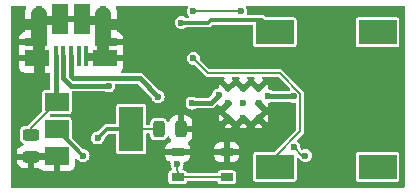
<source format=gbl>
%TF.GenerationSoftware,KiCad,Pcbnew,(6.0.9)*%
%TF.CreationDate,2023-01-06T22:41:28-05:00*%
%TF.ProjectId,Doom Keycap,446f6f6d-204b-4657-9963-61702e6b6963,REV1*%
%TF.SameCoordinates,Original*%
%TF.FileFunction,Copper,L2,Bot*%
%TF.FilePolarity,Positive*%
%FSLAX46Y46*%
G04 Gerber Fmt 4.6, Leading zero omitted, Abs format (unit mm)*
G04 Created by KiCad (PCBNEW (6.0.9)) date 2023-01-06 22:41:28*
%MOMM*%
%LPD*%
G01*
G04 APERTURE LIST*
G04 Aperture macros list*
%AMRoundRect*
0 Rectangle with rounded corners*
0 $1 Rounding radius*
0 $2 $3 $4 $5 $6 $7 $8 $9 X,Y pos of 4 corners*
0 Add a 4 corners polygon primitive as box body*
4,1,4,$2,$3,$4,$5,$6,$7,$8,$9,$2,$3,0*
0 Add four circle primitives for the rounded corners*
1,1,$1+$1,$2,$3*
1,1,$1+$1,$4,$5*
1,1,$1+$1,$6,$7*
1,1,$1+$1,$8,$9*
0 Add four rect primitives between the rounded corners*
20,1,$1+$1,$2,$3,$4,$5,0*
20,1,$1+$1,$4,$5,$6,$7,0*
20,1,$1+$1,$6,$7,$8,$9,0*
20,1,$1+$1,$8,$9,$2,$3,0*%
G04 Aperture macros list end*
%TA.AperFunction,ComponentPad*%
%ADD10C,0.600000*%
%TD*%
%TA.AperFunction,SMDPad,CuDef*%
%ADD11RoundRect,0.243750X-0.243750X-0.456250X0.243750X-0.456250X0.243750X0.456250X-0.243750X0.456250X0*%
%TD*%
%TA.AperFunction,SMDPad,CuDef*%
%ADD12R,0.400000X1.750000*%
%TD*%
%TA.AperFunction,SMDPad,CuDef*%
%ADD13R,1.825000X0.700000*%
%TD*%
%TA.AperFunction,SMDPad,CuDef*%
%ADD14R,1.425000X2.500000*%
%TD*%
%TA.AperFunction,SMDPad,CuDef*%
%ADD15RoundRect,0.384800X-0.265200X-1.240200X0.265200X-1.240200X0.265200X1.240200X-0.265200X1.240200X0*%
%TD*%
%TA.AperFunction,ComponentPad*%
%ADD16O,1.050000X1.450000*%
%TD*%
%TA.AperFunction,ComponentPad*%
%ADD17O,1.300000X1.800000*%
%TD*%
%TA.AperFunction,SMDPad,CuDef*%
%ADD18R,2.000000X1.460000*%
%TD*%
%TA.AperFunction,SMDPad,CuDef*%
%ADD19R,1.050000X0.650000*%
%TD*%
%TA.AperFunction,SMDPad,CuDef*%
%ADD20R,2.000000X1.500000*%
%TD*%
%TA.AperFunction,SMDPad,CuDef*%
%ADD21R,2.000000X3.800000*%
%TD*%
%TA.AperFunction,SMDPad,CuDef*%
%ADD22RoundRect,0.243750X-0.456250X0.243750X-0.456250X-0.243750X0.456250X-0.243750X0.456250X0.243750X0*%
%TD*%
%TA.AperFunction,SMDPad,CuDef*%
%ADD23R,3.200000X2.000000*%
%TD*%
%TA.AperFunction,ViaPad*%
%ADD24C,0.600000*%
%TD*%
%TA.AperFunction,Conductor*%
%ADD25C,0.200000*%
%TD*%
%TA.AperFunction,Conductor*%
%ADD26C,0.400000*%
%TD*%
%TA.AperFunction,Conductor*%
%ADD27C,0.300000*%
%TD*%
%TA.AperFunction,Conductor*%
%ADD28C,0.150000*%
%TD*%
G04 APERTURE END LIST*
D10*
X175590000Y-88837500D03*
X176865000Y-87562500D03*
X174315000Y-88837500D03*
X175590000Y-86287500D03*
X175590000Y-87562500D03*
X174315000Y-86287500D03*
X176865000Y-86287500D03*
X176865000Y-88837500D03*
X174315000Y-87562500D03*
D11*
X168402500Y-89750000D03*
X170277500Y-89750000D03*
D12*
X159690000Y-83525000D03*
X160340000Y-83525000D03*
X160990000Y-83525000D03*
X161640000Y-83525000D03*
X162290000Y-83525000D03*
D13*
X163977500Y-82400000D03*
D14*
X160027500Y-80450000D03*
D15*
X163715000Y-81125000D03*
D16*
X163415000Y-83730000D03*
D15*
X158265000Y-81125000D03*
D17*
X158265000Y-80700000D03*
D18*
X163890000Y-83730000D03*
D14*
X161952500Y-80450000D03*
D17*
X163715000Y-80700000D03*
D18*
X158090000Y-83730000D03*
D16*
X158565000Y-83730000D03*
D13*
X158002500Y-82400000D03*
D19*
X174163594Y-93828849D03*
X170015000Y-93825000D03*
X174163594Y-91678695D03*
X170014173Y-91678695D03*
D20*
X159790000Y-92050000D03*
D21*
X166090000Y-89750000D03*
D20*
X159790000Y-89750000D03*
X159790000Y-87450000D03*
D22*
X157590000Y-90212500D03*
X157590000Y-92087500D03*
D23*
X186940000Y-81550000D03*
X186940000Y-92950000D03*
X178240000Y-92950000D03*
X178240000Y-81550000D03*
D24*
X181453045Y-85996861D03*
X186215000Y-87625000D03*
X184465000Y-86625000D03*
X187465000Y-90552361D03*
X184980545Y-90552361D03*
X184980545Y-84552361D03*
X162590000Y-87940000D03*
X157090000Y-93715000D03*
X187590000Y-84552361D03*
X180246581Y-83917970D03*
X183496545Y-90378361D03*
X182340000Y-93000000D03*
X167990000Y-85000000D03*
X168590000Y-82750000D03*
X167990000Y-84000000D03*
X184465000Y-88625000D03*
X173590000Y-81250000D03*
X167590000Y-81730000D03*
X183840000Y-81250000D03*
X168330280Y-87873563D03*
X183485045Y-84790361D03*
X168590000Y-81730000D03*
X181326045Y-88473361D03*
X171340000Y-79750000D03*
X163252500Y-90500000D03*
X162002500Y-92000000D03*
X175340000Y-79750000D03*
X171240000Y-87555500D03*
X173490000Y-86862500D03*
X177690000Y-86962530D03*
X179880000Y-86972500D03*
X169965000Y-92750000D03*
X179840000Y-91250000D03*
X180831422Y-91991422D03*
X168365000Y-87012500D03*
X164189500Y-86099500D03*
X170340000Y-80750000D03*
X171340000Y-83750000D03*
D25*
X163450000Y-80450000D02*
X163720000Y-80720000D01*
X158530000Y-80450000D02*
X158260000Y-80720000D01*
X159790000Y-92050000D02*
X157827500Y-92050000D01*
X160030000Y-80450000D02*
X158530000Y-80450000D01*
X161950000Y-80450000D02*
X163450000Y-80450000D01*
X159690000Y-87350000D02*
X159790000Y-87450000D01*
X157590000Y-89650000D02*
X159790000Y-87450000D01*
X157590000Y-90212500D02*
X157590000Y-89650000D01*
D26*
X159690000Y-83525000D02*
X159690000Y-87350000D01*
D25*
X166090000Y-89750000D02*
X168402500Y-89750000D01*
D27*
X166090000Y-89750000D02*
X164002500Y-89750000D01*
X159790000Y-89787500D02*
X162002500Y-92000000D01*
X164002500Y-89750000D02*
X163252500Y-90500000D01*
D28*
X175340000Y-79750000D02*
X171340000Y-79750000D01*
D26*
X177699970Y-86972500D02*
X177690000Y-86962530D01*
X179880000Y-86972500D02*
X177699970Y-86972500D01*
X171240000Y-87555500D02*
X172807000Y-87555500D01*
X173490000Y-86872500D02*
X173490000Y-86862500D01*
X172807000Y-87555500D02*
X173490000Y-86872500D01*
D28*
X170018849Y-93828849D02*
X170015000Y-93825000D01*
X169965000Y-92750000D02*
X170015000Y-93825000D01*
X174163594Y-93828849D02*
X170018849Y-93828849D01*
X180831422Y-91991422D02*
X180581422Y-91991422D01*
X180581422Y-91991422D02*
X179840000Y-91250000D01*
D26*
X160990000Y-85300000D02*
X161140000Y-85450000D01*
X160990000Y-83525000D02*
X160990000Y-85300000D01*
X166802500Y-85450000D02*
X168365000Y-87012500D01*
X161140000Y-85450000D02*
X166802500Y-85450000D01*
X164189500Y-86099500D02*
X161011683Y-86099500D01*
X160340000Y-85375000D02*
X160340000Y-83525000D01*
X161011683Y-86099500D02*
X160315000Y-85402817D01*
X160315000Y-85400000D02*
X160340000Y-85375000D01*
X160315000Y-85402817D02*
X160315000Y-85400000D01*
D27*
X170340000Y-80750000D02*
X172590000Y-80750000D01*
X172590000Y-80750000D02*
X172840000Y-80500000D01*
X177190000Y-80500000D02*
X178240000Y-81550000D01*
X172840000Y-80500000D02*
X177190000Y-80500000D01*
D28*
X180405000Y-86755037D02*
X180405000Y-89935000D01*
X178240000Y-92100000D02*
X178240000Y-92950000D01*
X178649963Y-85000000D02*
X180405000Y-86755037D01*
X172590000Y-85000000D02*
X178649963Y-85000000D01*
X180405000Y-89935000D02*
X178240000Y-92100000D01*
X171340000Y-83750000D02*
X172590000Y-85000000D01*
%TA.AperFunction,Conductor*%
G36*
X157158010Y-79320502D02*
G01*
X157204503Y-79374158D01*
X157214607Y-79444432D01*
X157202156Y-79483703D01*
X157164704Y-79557207D01*
X157160000Y-79569461D01*
X157114628Y-79738790D01*
X157112681Y-79750121D01*
X157107193Y-79819851D01*
X157107000Y-79824780D01*
X157107000Y-80427885D01*
X157111475Y-80443124D01*
X157112865Y-80444329D01*
X157120548Y-80446000D01*
X157992885Y-80446000D01*
X158008124Y-80441525D01*
X158009329Y-80440135D01*
X158011000Y-80432452D01*
X158011000Y-79426500D01*
X158031002Y-79358379D01*
X158084658Y-79311886D01*
X158137000Y-79300500D01*
X158393000Y-79300500D01*
X158461121Y-79320502D01*
X158507614Y-79374158D01*
X158519000Y-79426500D01*
X158519000Y-80427885D01*
X158523475Y-80443124D01*
X158524865Y-80444329D01*
X158532548Y-80446000D01*
X158748885Y-80446000D01*
X158764124Y-80441525D01*
X158765329Y-80440135D01*
X158767000Y-80432452D01*
X158767000Y-80322000D01*
X158787002Y-80253879D01*
X158840658Y-80207386D01*
X158893000Y-80196000D01*
X163087000Y-80196000D01*
X163155121Y-80216002D01*
X163201614Y-80269658D01*
X163213000Y-80322000D01*
X163213000Y-80427885D01*
X163217475Y-80443124D01*
X163218865Y-80444329D01*
X163226548Y-80446000D01*
X163442885Y-80446000D01*
X163458124Y-80441525D01*
X163459329Y-80440135D01*
X163461000Y-80432452D01*
X163461000Y-79426500D01*
X163481002Y-79358379D01*
X163534658Y-79311886D01*
X163587000Y-79300500D01*
X163843000Y-79300500D01*
X163911121Y-79320502D01*
X163957614Y-79374158D01*
X163969000Y-79426500D01*
X163969000Y-80427885D01*
X163973475Y-80443124D01*
X163974865Y-80444329D01*
X163982548Y-80446000D01*
X164854885Y-80446000D01*
X164870124Y-80441525D01*
X164871329Y-80440135D01*
X164873000Y-80432452D01*
X164873000Y-80396026D01*
X164872999Y-80395994D01*
X164872999Y-79824781D01*
X164872805Y-79819850D01*
X164867319Y-79750120D01*
X164865372Y-79738791D01*
X164820000Y-79569461D01*
X164815296Y-79557207D01*
X164777844Y-79483703D01*
X164764740Y-79413926D01*
X164791440Y-79348141D01*
X164849468Y-79307235D01*
X164890111Y-79300500D01*
X170741760Y-79300500D01*
X170809881Y-79320502D01*
X170856374Y-79374158D01*
X170866478Y-79444432D01*
X170858170Y-79474715D01*
X170803670Y-79606291D01*
X170784750Y-79750000D01*
X170803670Y-79893709D01*
X170859139Y-80027625D01*
X170933352Y-80124341D01*
X170947379Y-80142621D01*
X170945825Y-80143814D01*
X170974713Y-80196717D01*
X170969648Y-80267532D01*
X170927101Y-80324368D01*
X170860581Y-80349179D01*
X170851592Y-80349500D01*
X170765124Y-80349500D01*
X170697003Y-80329498D01*
X170688420Y-80323462D01*
X170672978Y-80311613D01*
X170617625Y-80269139D01*
X170483709Y-80213670D01*
X170340000Y-80194750D01*
X170196291Y-80213670D01*
X170062375Y-80269139D01*
X169947379Y-80357379D01*
X169859139Y-80472375D01*
X169803670Y-80606291D01*
X169784750Y-80750000D01*
X169803670Y-80893709D01*
X169859139Y-81027625D01*
X169947379Y-81142621D01*
X170062375Y-81230861D01*
X170196291Y-81286330D01*
X170340000Y-81305250D01*
X170483709Y-81286330D01*
X170617625Y-81230861D01*
X170688420Y-81176538D01*
X170754640Y-81150937D01*
X170765124Y-81150500D01*
X172653433Y-81150500D01*
X172662864Y-81147436D01*
X172662868Y-81147435D01*
X172674353Y-81143703D01*
X172693578Y-81139087D01*
X172705512Y-81137197D01*
X172705513Y-81137197D01*
X172715304Y-81135646D01*
X172724137Y-81131145D01*
X172724141Y-81131144D01*
X172734906Y-81125659D01*
X172753166Y-81118095D01*
X172774090Y-81111296D01*
X172791893Y-81098361D01*
X172808745Y-81088035D01*
X172819502Y-81082554D01*
X172828342Y-81078050D01*
X172850895Y-81055497D01*
X172850910Y-81055483D01*
X172968987Y-80937405D01*
X173031299Y-80903380D01*
X173058083Y-80900500D01*
X176263500Y-80900500D01*
X176331621Y-80920502D01*
X176378114Y-80974158D01*
X176389500Y-81026500D01*
X176389500Y-82574674D01*
X176404034Y-82647740D01*
X176410928Y-82658057D01*
X176410928Y-82658058D01*
X176432037Y-82689650D01*
X176459399Y-82730601D01*
X176542260Y-82785966D01*
X176615326Y-82800500D01*
X179864674Y-82800500D01*
X179937740Y-82785966D01*
X180020601Y-82730601D01*
X180047963Y-82689650D01*
X180069072Y-82658058D01*
X180069072Y-82658057D01*
X180075966Y-82647740D01*
X180090500Y-82574674D01*
X185089500Y-82574674D01*
X185104034Y-82647740D01*
X185110928Y-82658057D01*
X185110928Y-82658058D01*
X185132037Y-82689650D01*
X185159399Y-82730601D01*
X185242260Y-82785966D01*
X185315326Y-82800500D01*
X188564674Y-82800500D01*
X188637740Y-82785966D01*
X188720601Y-82730601D01*
X188747963Y-82689650D01*
X188769072Y-82658058D01*
X188769072Y-82658057D01*
X188775966Y-82647740D01*
X188790500Y-82574674D01*
X188790500Y-80525326D01*
X188775966Y-80452260D01*
X188767865Y-80440135D01*
X188727493Y-80379714D01*
X188720601Y-80369399D01*
X188637740Y-80314034D01*
X188564674Y-80299500D01*
X185315326Y-80299500D01*
X185242260Y-80314034D01*
X185159399Y-80369399D01*
X185152507Y-80379714D01*
X185112136Y-80440135D01*
X185104034Y-80452260D01*
X185089500Y-80525326D01*
X185089500Y-82574674D01*
X180090500Y-82574674D01*
X180090500Y-80525326D01*
X180075966Y-80452260D01*
X180067865Y-80440135D01*
X180027493Y-80379714D01*
X180020601Y-80369399D01*
X179937740Y-80314034D01*
X179864674Y-80299500D01*
X177608083Y-80299500D01*
X177539962Y-80279498D01*
X177518988Y-80262595D01*
X177450909Y-80194516D01*
X177450905Y-80194513D01*
X177428342Y-80171950D01*
X177408746Y-80161965D01*
X177391893Y-80151639D01*
X177374090Y-80138704D01*
X177353166Y-80131905D01*
X177334906Y-80124341D01*
X177324141Y-80118856D01*
X177324137Y-80118855D01*
X177315304Y-80114354D01*
X177305513Y-80112803D01*
X177305512Y-80112803D01*
X177293578Y-80110913D01*
X177274353Y-80106297D01*
X177262868Y-80102565D01*
X177262864Y-80102564D01*
X177253433Y-80099500D01*
X175979661Y-80099500D01*
X175911540Y-80079498D01*
X175865047Y-80025842D01*
X175854943Y-79955568D01*
X175863252Y-79925282D01*
X175873169Y-79901340D01*
X175876330Y-79893709D01*
X175895250Y-79750000D01*
X175876330Y-79606291D01*
X175821831Y-79474716D01*
X175814242Y-79404128D01*
X175846021Y-79340641D01*
X175907080Y-79304414D01*
X175938240Y-79300500D01*
X189163500Y-79300500D01*
X189231621Y-79320502D01*
X189278114Y-79374158D01*
X189289500Y-79426500D01*
X189289500Y-94573500D01*
X189269498Y-94641621D01*
X189215842Y-94688114D01*
X189163500Y-94699500D01*
X156016500Y-94699500D01*
X155948379Y-94679498D01*
X155901886Y-94625842D01*
X155890500Y-94573500D01*
X155890500Y-92377933D01*
X156382001Y-92377933D01*
X156382338Y-92384452D01*
X156392166Y-92479170D01*
X156395058Y-92492564D01*
X156446036Y-92645365D01*
X156452210Y-92658543D01*
X156536744Y-92795149D01*
X156545780Y-92806550D01*
X156659479Y-92920051D01*
X156670890Y-92929063D01*
X156807654Y-93013365D01*
X156820832Y-93019509D01*
X156973740Y-93070227D01*
X156987106Y-93073093D01*
X157080601Y-93082672D01*
X157087016Y-93083000D01*
X157317885Y-93083000D01*
X157333124Y-93078525D01*
X157334329Y-93077135D01*
X157336000Y-93069452D01*
X157336000Y-93064884D01*
X157844000Y-93064884D01*
X157848475Y-93080123D01*
X157849865Y-93081328D01*
X157857548Y-93082999D01*
X158092933Y-93082999D01*
X158099452Y-93082662D01*
X158194170Y-93072834D01*
X158207567Y-93069941D01*
X158241248Y-93058705D01*
X158312198Y-93056121D01*
X158373281Y-93092305D01*
X158381950Y-93102664D01*
X158421719Y-93155728D01*
X158434276Y-93168285D01*
X158536351Y-93244786D01*
X158551946Y-93253324D01*
X158672394Y-93298478D01*
X158687649Y-93302105D01*
X158738514Y-93307631D01*
X158745328Y-93308000D01*
X159517885Y-93308000D01*
X159533124Y-93303525D01*
X159534329Y-93302135D01*
X159536000Y-93294452D01*
X159536000Y-92322115D01*
X159531525Y-92306876D01*
X159530135Y-92305671D01*
X159522452Y-92304000D01*
X158856115Y-92304000D01*
X158827593Y-92312375D01*
X158790216Y-92336396D01*
X158754717Y-92341500D01*
X157862115Y-92341500D01*
X157846876Y-92345975D01*
X157845671Y-92347365D01*
X157844000Y-92355048D01*
X157844000Y-93064884D01*
X157336000Y-93064884D01*
X157336000Y-92359615D01*
X157331525Y-92344376D01*
X157330135Y-92343171D01*
X157322452Y-92341500D01*
X156400116Y-92341500D01*
X156384877Y-92345975D01*
X156383672Y-92347365D01*
X156382001Y-92355048D01*
X156382001Y-92377933D01*
X155890500Y-92377933D01*
X155890500Y-91815385D01*
X156382000Y-91815385D01*
X156386475Y-91830624D01*
X156387865Y-91831829D01*
X156395548Y-91833500D01*
X158223885Y-91833500D01*
X158252407Y-91825125D01*
X158289784Y-91801104D01*
X158325283Y-91796000D01*
X159918000Y-91796000D01*
X159986121Y-91816002D01*
X160032614Y-91869658D01*
X160044000Y-91922000D01*
X160044000Y-93289884D01*
X160048475Y-93305123D01*
X160049865Y-93306328D01*
X160057548Y-93307999D01*
X160834669Y-93307999D01*
X160841490Y-93307629D01*
X160892352Y-93302105D01*
X160907604Y-93298479D01*
X161028054Y-93253324D01*
X161043649Y-93244786D01*
X161145724Y-93168285D01*
X161158285Y-93155724D01*
X161234786Y-93053649D01*
X161243324Y-93038054D01*
X161288478Y-92917606D01*
X161292105Y-92902351D01*
X161297631Y-92851486D01*
X161298000Y-92844672D01*
X161298000Y-92357356D01*
X161318002Y-92289235D01*
X161371658Y-92242742D01*
X161441932Y-92232638D01*
X161506512Y-92262132D01*
X161523960Y-92280650D01*
X161609879Y-92392621D01*
X161724875Y-92480861D01*
X161858791Y-92536330D01*
X162002500Y-92555250D01*
X162146209Y-92536330D01*
X162280125Y-92480861D01*
X162395121Y-92392621D01*
X162483361Y-92277625D01*
X162538830Y-92143709D01*
X162551383Y-92048364D01*
X168981174Y-92048364D01*
X168981544Y-92055185D01*
X168987068Y-92106047D01*
X168990694Y-92121299D01*
X169035849Y-92241749D01*
X169044387Y-92257344D01*
X169120888Y-92359419D01*
X169133449Y-92371980D01*
X169235524Y-92448481D01*
X169251121Y-92457020D01*
X169345284Y-92492320D01*
X169402049Y-92534961D01*
X169426749Y-92601523D01*
X169425977Y-92626745D01*
X169409750Y-92750000D01*
X169428670Y-92893709D01*
X169484139Y-93027625D01*
X169498848Y-93046794D01*
X169506004Y-93056120D01*
X169531605Y-93122340D01*
X169517340Y-93191889D01*
X169467739Y-93242685D01*
X169430623Y-93256403D01*
X169392260Y-93264034D01*
X169309399Y-93319399D01*
X169254034Y-93402260D01*
X169239500Y-93475326D01*
X169239500Y-94174674D01*
X169254034Y-94247740D01*
X169309399Y-94330601D01*
X169392260Y-94385966D01*
X169465326Y-94400500D01*
X170564674Y-94400500D01*
X170637740Y-94385966D01*
X170720601Y-94330601D01*
X170775966Y-94247740D01*
X170778387Y-94235569D01*
X170779811Y-94232132D01*
X170824359Y-94176850D01*
X170896220Y-94154349D01*
X173280780Y-94154349D01*
X173348901Y-94174351D01*
X173397189Y-94232132D01*
X173400207Y-94239418D01*
X173402628Y-94251589D01*
X173457993Y-94334450D01*
X173540854Y-94389815D01*
X173613920Y-94404349D01*
X174713268Y-94404349D01*
X174786334Y-94389815D01*
X174869195Y-94334450D01*
X174924560Y-94251589D01*
X174939094Y-94178523D01*
X174939094Y-93479175D01*
X174924560Y-93406109D01*
X174869195Y-93323248D01*
X174786334Y-93267883D01*
X174713268Y-93253349D01*
X173613920Y-93253349D01*
X173540854Y-93267883D01*
X173457993Y-93323248D01*
X173451101Y-93333563D01*
X173412094Y-93391942D01*
X173402628Y-93406109D01*
X173400207Y-93418279D01*
X173397189Y-93425566D01*
X173352642Y-93480847D01*
X173280780Y-93503349D01*
X170899409Y-93503349D01*
X170831288Y-93483347D01*
X170783000Y-93425567D01*
X170778387Y-93414430D01*
X170775966Y-93402260D01*
X170720601Y-93319399D01*
X170637740Y-93264034D01*
X170564674Y-93249500D01*
X170531112Y-93249500D01*
X170462991Y-93229498D01*
X170416498Y-93175842D01*
X170406394Y-93105568D01*
X170431150Y-93046797D01*
X170445861Y-93027625D01*
X170501330Y-92893709D01*
X170520250Y-92750000D01*
X170507087Y-92650020D01*
X170518026Y-92579872D01*
X170565154Y-92526773D01*
X170618405Y-92508311D01*
X170641525Y-92505800D01*
X170656777Y-92502174D01*
X170777227Y-92457019D01*
X170792822Y-92448481D01*
X170894897Y-92371980D01*
X170907458Y-92359419D01*
X170983959Y-92257344D01*
X170992497Y-92241749D01*
X171037651Y-92121301D01*
X171041278Y-92106046D01*
X171046804Y-92055181D01*
X171047173Y-92048367D01*
X171047173Y-92048364D01*
X173130595Y-92048364D01*
X173130965Y-92055185D01*
X173136489Y-92106047D01*
X173140115Y-92121299D01*
X173185270Y-92241749D01*
X173193808Y-92257344D01*
X173270309Y-92359419D01*
X173282870Y-92371980D01*
X173384945Y-92448481D01*
X173400540Y-92457019D01*
X173520988Y-92502173D01*
X173536243Y-92505800D01*
X173587108Y-92511326D01*
X173593922Y-92511695D01*
X173891479Y-92511695D01*
X173906718Y-92507220D01*
X173907923Y-92505830D01*
X173909594Y-92498147D01*
X173909594Y-92493579D01*
X174417594Y-92493579D01*
X174422069Y-92508818D01*
X174423459Y-92510023D01*
X174431142Y-92511694D01*
X174733263Y-92511694D01*
X174740084Y-92511324D01*
X174790946Y-92505800D01*
X174806198Y-92502174D01*
X174926648Y-92457019D01*
X174942243Y-92448481D01*
X175044318Y-92371980D01*
X175056879Y-92359419D01*
X175133380Y-92257344D01*
X175141918Y-92241749D01*
X175187072Y-92121301D01*
X175190699Y-92106046D01*
X175196225Y-92055181D01*
X175196594Y-92048367D01*
X175196594Y-91950810D01*
X175192119Y-91935571D01*
X175190729Y-91934366D01*
X175183046Y-91932695D01*
X174435709Y-91932695D01*
X174420470Y-91937170D01*
X174419265Y-91938560D01*
X174417594Y-91946243D01*
X174417594Y-92493579D01*
X173909594Y-92493579D01*
X173909594Y-91950810D01*
X173905119Y-91935571D01*
X173903729Y-91934366D01*
X173896046Y-91932695D01*
X173148710Y-91932695D01*
X173133471Y-91937170D01*
X173132266Y-91938560D01*
X173130595Y-91946243D01*
X173130595Y-92048364D01*
X171047173Y-92048364D01*
X171047173Y-91950810D01*
X171042698Y-91935571D01*
X171041308Y-91934366D01*
X171033625Y-91932695D01*
X168999289Y-91932695D01*
X168984050Y-91937170D01*
X168982845Y-91938560D01*
X168981174Y-91946243D01*
X168981174Y-92048364D01*
X162551383Y-92048364D01*
X162557750Y-92000000D01*
X162538830Y-91856291D01*
X162483361Y-91722375D01*
X162395121Y-91607379D01*
X162280125Y-91519139D01*
X162146209Y-91463670D01*
X162057735Y-91452022D01*
X161992809Y-91423299D01*
X161985088Y-91416195D01*
X161077405Y-90508512D01*
X161072757Y-90500000D01*
X162697250Y-90500000D01*
X162716170Y-90643709D01*
X162771639Y-90777625D01*
X162859879Y-90892621D01*
X162974875Y-90980861D01*
X163108791Y-91036330D01*
X163252500Y-91055250D01*
X163396209Y-91036330D01*
X163530125Y-90980861D01*
X163645121Y-90892621D01*
X163733361Y-90777625D01*
X163788830Y-90643709D01*
X163800478Y-90555237D01*
X163829201Y-90490310D01*
X163836304Y-90482589D01*
X164131487Y-90187405D01*
X164193800Y-90153380D01*
X164220583Y-90150500D01*
X164713500Y-90150500D01*
X164781621Y-90170502D01*
X164828114Y-90224158D01*
X164839500Y-90276500D01*
X164839500Y-91674674D01*
X164854034Y-91747740D01*
X164909399Y-91830601D01*
X164992260Y-91885966D01*
X165065326Y-91900500D01*
X167114674Y-91900500D01*
X167187740Y-91885966D01*
X167270601Y-91830601D01*
X167325966Y-91747740D01*
X167340500Y-91674674D01*
X167340500Y-90226500D01*
X167360502Y-90158379D01*
X167414158Y-90111886D01*
X167466500Y-90100500D01*
X167538500Y-90100500D01*
X167606621Y-90120502D01*
X167653114Y-90174158D01*
X167664500Y-90226500D01*
X167664500Y-90253032D01*
X167671066Y-90313474D01*
X167720763Y-90446041D01*
X167726143Y-90453220D01*
X167726145Y-90453223D01*
X167776466Y-90520365D01*
X167805669Y-90559331D01*
X167812849Y-90564712D01*
X167911777Y-90638855D01*
X167911780Y-90638857D01*
X167918959Y-90644237D01*
X167985308Y-90669110D01*
X168044131Y-90691162D01*
X168044133Y-90691162D01*
X168051526Y-90693934D01*
X168059374Y-90694787D01*
X168059376Y-90694787D01*
X168108571Y-90700131D01*
X168111968Y-90700500D01*
X168693032Y-90700500D01*
X168696429Y-90700131D01*
X168745624Y-90694787D01*
X168745626Y-90694787D01*
X168753474Y-90693934D01*
X168760867Y-90691162D01*
X168760869Y-90691162D01*
X168819692Y-90669110D01*
X168886041Y-90644237D01*
X168893220Y-90638857D01*
X168893223Y-90638855D01*
X168992151Y-90564712D01*
X168999331Y-90559331D01*
X169028534Y-90520365D01*
X169078855Y-90453223D01*
X169078857Y-90453220D01*
X169084237Y-90446041D01*
X169087388Y-90437637D01*
X169091699Y-90429762D01*
X169094719Y-90431415D01*
X169127383Y-90387935D01*
X169193945Y-90363237D01*
X169263293Y-90378446D01*
X169313410Y-90428733D01*
X169322245Y-90449055D01*
X169346036Y-90520365D01*
X169352210Y-90533543D01*
X169436711Y-90670096D01*
X169455549Y-90738548D01*
X169434388Y-90806318D01*
X169373797Y-90854381D01*
X169251119Y-90900371D01*
X169235524Y-90908909D01*
X169133449Y-90985410D01*
X169120888Y-90997971D01*
X169044387Y-91100046D01*
X169035849Y-91115641D01*
X168990695Y-91236089D01*
X168987068Y-91251344D01*
X168981542Y-91302209D01*
X168981173Y-91309023D01*
X168981173Y-91406580D01*
X168985648Y-91421819D01*
X168987038Y-91423024D01*
X168994721Y-91424695D01*
X171029057Y-91424695D01*
X171044296Y-91420220D01*
X171045501Y-91418830D01*
X171047172Y-91411147D01*
X171047172Y-91406580D01*
X173130594Y-91406580D01*
X173135069Y-91421819D01*
X173136459Y-91423024D01*
X173144142Y-91424695D01*
X173891479Y-91424695D01*
X173906718Y-91420220D01*
X173907923Y-91418830D01*
X173909594Y-91411147D01*
X173909594Y-91406580D01*
X174417594Y-91406580D01*
X174422069Y-91421819D01*
X174423459Y-91423024D01*
X174431142Y-91424695D01*
X175178478Y-91424695D01*
X175193717Y-91420220D01*
X175194922Y-91418830D01*
X175196593Y-91411147D01*
X175196593Y-91309026D01*
X175196223Y-91302205D01*
X175190699Y-91251343D01*
X175187073Y-91236091D01*
X175141918Y-91115641D01*
X175133380Y-91100046D01*
X175056879Y-90997971D01*
X175044318Y-90985410D01*
X174942243Y-90908909D01*
X174926648Y-90900371D01*
X174806200Y-90855217D01*
X174790945Y-90851590D01*
X174740080Y-90846064D01*
X174733266Y-90845695D01*
X174435709Y-90845695D01*
X174420470Y-90850170D01*
X174419265Y-90851560D01*
X174417594Y-90859243D01*
X174417594Y-91406580D01*
X173909594Y-91406580D01*
X173909594Y-90863811D01*
X173905119Y-90848572D01*
X173903729Y-90847367D01*
X173896046Y-90845696D01*
X173593925Y-90845696D01*
X173587104Y-90846066D01*
X173536242Y-90851590D01*
X173520990Y-90855216D01*
X173400540Y-90900371D01*
X173384945Y-90908909D01*
X173282870Y-90985410D01*
X173270309Y-90997971D01*
X173193808Y-91100046D01*
X173185270Y-91115641D01*
X173140116Y-91236089D01*
X173136489Y-91251344D01*
X173130963Y-91302209D01*
X173130594Y-91309023D01*
X173130594Y-91406580D01*
X171047172Y-91406580D01*
X171047172Y-91309026D01*
X171046802Y-91302205D01*
X171041278Y-91251343D01*
X171037652Y-91236091D01*
X170992497Y-91115641D01*
X170983959Y-91100046D01*
X170914988Y-91008018D01*
X170890140Y-90941511D01*
X170905193Y-90872129D01*
X170949512Y-90825308D01*
X170985152Y-90803254D01*
X170996550Y-90794220D01*
X171110051Y-90680521D01*
X171119063Y-90669110D01*
X171203365Y-90532346D01*
X171209509Y-90519168D01*
X171260227Y-90366260D01*
X171263093Y-90352894D01*
X171272672Y-90259399D01*
X171273000Y-90252984D01*
X171273000Y-90022115D01*
X171268525Y-90006876D01*
X171267135Y-90005671D01*
X171259452Y-90004000D01*
X170149500Y-90004000D01*
X170081379Y-89983998D01*
X170034886Y-89930342D01*
X170023500Y-89878000D01*
X170023500Y-89562854D01*
X173954475Y-89562854D01*
X173957258Y-89566573D01*
X174111680Y-89624002D01*
X174125278Y-89627392D01*
X174290990Y-89649504D01*
X174304986Y-89649797D01*
X174471477Y-89634644D01*
X174485204Y-89631827D01*
X174644202Y-89580166D01*
X174656953Y-89574381D01*
X174663769Y-89570318D01*
X174670690Y-89562854D01*
X175229475Y-89562854D01*
X175232258Y-89566573D01*
X175386680Y-89624002D01*
X175400278Y-89627392D01*
X175565990Y-89649504D01*
X175579986Y-89649797D01*
X175746477Y-89634644D01*
X175760204Y-89631827D01*
X175919202Y-89580166D01*
X175931953Y-89574381D01*
X175938769Y-89570318D01*
X175945690Y-89562854D01*
X176504475Y-89562854D01*
X176507258Y-89566573D01*
X176661680Y-89624002D01*
X176675278Y-89627392D01*
X176840990Y-89649504D01*
X176854986Y-89649797D01*
X177021477Y-89634644D01*
X177035204Y-89631827D01*
X177194202Y-89580166D01*
X177206953Y-89574381D01*
X177213769Y-89570318D01*
X177223358Y-89559976D01*
X177219852Y-89551562D01*
X176877812Y-89209522D01*
X176863868Y-89201908D01*
X176862035Y-89202039D01*
X176855421Y-89206290D01*
X176511232Y-89550479D01*
X176504475Y-89562854D01*
X175945690Y-89562854D01*
X175948358Y-89559976D01*
X175944852Y-89551562D01*
X175602812Y-89209522D01*
X175588868Y-89201908D01*
X175587035Y-89202039D01*
X175580421Y-89206290D01*
X175236232Y-89550479D01*
X175229475Y-89562854D01*
X174670690Y-89562854D01*
X174673358Y-89559976D01*
X174669852Y-89551562D01*
X174327812Y-89209522D01*
X174313868Y-89201908D01*
X174312035Y-89202039D01*
X174305421Y-89206290D01*
X173961232Y-89550479D01*
X173954475Y-89562854D01*
X170023500Y-89562854D01*
X170023500Y-89477885D01*
X170531500Y-89477885D01*
X170535975Y-89493124D01*
X170537365Y-89494329D01*
X170545048Y-89496000D01*
X171254884Y-89496000D01*
X171270123Y-89491525D01*
X171271328Y-89490135D01*
X171272999Y-89482452D01*
X171272999Y-89247067D01*
X171272662Y-89240548D01*
X171262834Y-89145830D01*
X171259942Y-89132436D01*
X171208964Y-88979635D01*
X171202790Y-88966457D01*
X171120304Y-88833160D01*
X173502654Y-88833160D01*
X173518968Y-88999547D01*
X173521879Y-89013241D01*
X173574650Y-89171875D01*
X173580524Y-89184588D01*
X173581768Y-89186643D01*
X173592174Y-89196157D01*
X173600794Y-89192495D01*
X173942979Y-88850311D01*
X173950592Y-88836368D01*
X173950461Y-88834534D01*
X173946210Y-88827921D01*
X173602458Y-88484169D01*
X173590083Y-88477412D01*
X173584926Y-88481272D01*
X173584273Y-88482589D01*
X173527096Y-88639680D01*
X173523803Y-88653295D01*
X173502850Y-88819153D01*
X173502654Y-88833160D01*
X171120304Y-88833160D01*
X171118256Y-88829851D01*
X171109220Y-88818450D01*
X170995521Y-88704949D01*
X170984110Y-88695937D01*
X170847346Y-88611635D01*
X170834168Y-88605491D01*
X170681260Y-88554773D01*
X170667894Y-88551907D01*
X170574399Y-88542328D01*
X170567984Y-88542000D01*
X170549615Y-88542000D01*
X170534376Y-88546475D01*
X170533171Y-88547865D01*
X170531500Y-88555548D01*
X170531500Y-89477885D01*
X170023500Y-89477885D01*
X170023500Y-88560116D01*
X170019025Y-88544877D01*
X170017635Y-88543672D01*
X170009952Y-88542001D01*
X169987067Y-88542001D01*
X169980548Y-88542338D01*
X169885830Y-88552166D01*
X169872436Y-88555058D01*
X169719635Y-88606036D01*
X169706457Y-88612210D01*
X169569851Y-88696744D01*
X169558450Y-88705780D01*
X169444949Y-88819479D01*
X169435937Y-88830890D01*
X169351635Y-88967654D01*
X169345491Y-88980832D01*
X169322309Y-89050722D01*
X169281878Y-89109082D01*
X169216314Y-89136319D01*
X169146433Y-89123786D01*
X169094421Y-89075461D01*
X169091868Y-89070145D01*
X169091699Y-89070238D01*
X169087387Y-89062362D01*
X169084237Y-89053959D01*
X169078857Y-89046780D01*
X169078855Y-89046777D01*
X169004712Y-88947849D01*
X168999331Y-88940669D01*
X168934315Y-88891942D01*
X168893223Y-88861145D01*
X168893220Y-88861143D01*
X168886041Y-88855763D01*
X168788384Y-88819153D01*
X168760869Y-88808838D01*
X168760867Y-88808838D01*
X168753474Y-88806066D01*
X168745626Y-88805213D01*
X168745624Y-88805213D01*
X168696429Y-88799869D01*
X168693032Y-88799500D01*
X168111968Y-88799500D01*
X168108571Y-88799869D01*
X168059376Y-88805213D01*
X168059374Y-88805213D01*
X168051526Y-88806066D01*
X168044133Y-88808838D01*
X168044131Y-88808838D01*
X168016616Y-88819153D01*
X167918959Y-88855763D01*
X167911780Y-88861143D01*
X167911777Y-88861145D01*
X167870685Y-88891942D01*
X167805669Y-88940669D01*
X167800288Y-88947849D01*
X167726145Y-89046777D01*
X167726143Y-89046780D01*
X167720763Y-89053959D01*
X167671066Y-89186526D01*
X167664500Y-89246968D01*
X167664500Y-89273500D01*
X167644498Y-89341621D01*
X167590842Y-89388114D01*
X167538500Y-89399500D01*
X167466500Y-89399500D01*
X167398379Y-89379498D01*
X167351886Y-89325842D01*
X167340500Y-89273500D01*
X167340500Y-87825326D01*
X167325966Y-87752260D01*
X167270601Y-87669399D01*
X167187740Y-87614034D01*
X167114674Y-87599500D01*
X165065326Y-87599500D01*
X164992260Y-87614034D01*
X164909399Y-87669399D01*
X164854034Y-87752260D01*
X164839500Y-87825326D01*
X164839500Y-89223500D01*
X164819498Y-89291621D01*
X164765842Y-89338114D01*
X164713500Y-89349500D01*
X163939067Y-89349500D01*
X163929636Y-89352564D01*
X163929632Y-89352565D01*
X163918147Y-89356297D01*
X163898922Y-89360913D01*
X163886988Y-89362803D01*
X163886987Y-89362803D01*
X163877196Y-89364354D01*
X163868363Y-89368855D01*
X163868359Y-89368856D01*
X163857594Y-89374341D01*
X163839334Y-89381905D01*
X163818410Y-89388704D01*
X163810388Y-89394533D01*
X163810385Y-89394534D01*
X163800616Y-89401632D01*
X163783759Y-89411962D01*
X163772993Y-89417448D01*
X163772992Y-89417449D01*
X163764158Y-89421950D01*
X163741591Y-89444517D01*
X163269912Y-89916195D01*
X163207600Y-89950221D01*
X163197268Y-89952021D01*
X163108791Y-89963670D01*
X162974875Y-90019139D01*
X162859879Y-90107379D01*
X162771639Y-90222375D01*
X162716170Y-90356291D01*
X162697250Y-90500000D01*
X161072757Y-90500000D01*
X161043379Y-90446200D01*
X161040500Y-90419417D01*
X161040500Y-88975326D01*
X161025966Y-88902260D01*
X160970601Y-88819399D01*
X160887740Y-88764034D01*
X160814674Y-88749500D01*
X159290371Y-88749500D01*
X159222250Y-88729498D01*
X159175757Y-88675842D01*
X159165653Y-88605568D01*
X159195147Y-88540988D01*
X159201276Y-88534405D01*
X159248276Y-88487405D01*
X159310588Y-88453379D01*
X159337371Y-88450500D01*
X160814674Y-88450500D01*
X160887740Y-88435966D01*
X160970601Y-88380601D01*
X161025966Y-88297740D01*
X161040500Y-88224674D01*
X161040500Y-86676000D01*
X161060502Y-86607879D01*
X161114158Y-86561386D01*
X161166500Y-86550000D01*
X163829537Y-86550000D01*
X163897658Y-86570002D01*
X163904861Y-86575067D01*
X163905325Y-86575335D01*
X163911875Y-86580361D01*
X164045791Y-86635830D01*
X164189500Y-86654750D01*
X164333209Y-86635830D01*
X164467125Y-86580361D01*
X164582121Y-86492121D01*
X164670361Y-86377125D01*
X164674335Y-86367532D01*
X164676457Y-86362407D01*
X164725830Y-86243209D01*
X164744750Y-86099500D01*
X164737561Y-86044892D01*
X164737305Y-86042946D01*
X164748245Y-85972797D01*
X164795373Y-85919699D01*
X164862227Y-85900500D01*
X166563707Y-85900500D01*
X166631828Y-85920502D01*
X166652802Y-85937405D01*
X167791916Y-87076519D01*
X167825942Y-87138831D01*
X167827452Y-87147497D01*
X167827592Y-87148018D01*
X167828670Y-87156209D01*
X167884139Y-87290125D01*
X167972379Y-87405121D01*
X168087375Y-87493361D01*
X168221291Y-87548830D01*
X168365000Y-87567750D01*
X168458046Y-87555500D01*
X170684750Y-87555500D01*
X170703670Y-87699209D01*
X170759139Y-87833125D01*
X170847379Y-87948121D01*
X170962375Y-88036361D01*
X171096291Y-88091830D01*
X171240000Y-88110750D01*
X171383709Y-88091830D01*
X171517625Y-88036361D01*
X171524179Y-88031332D01*
X171531327Y-88027205D01*
X171532135Y-88028605D01*
X171589481Y-88006437D01*
X171599963Y-88006000D01*
X172772780Y-88006000D01*
X172787589Y-88006873D01*
X172821310Y-88010864D01*
X172830574Y-88009172D01*
X172830575Y-88009172D01*
X172879001Y-88000328D01*
X172882904Y-87999678D01*
X172931645Y-87992350D01*
X172931646Y-87992350D01*
X172940962Y-87990949D01*
X172947475Y-87987821D01*
X172954573Y-87986525D01*
X173006647Y-87959475D01*
X173010137Y-87957732D01*
X173063079Y-87932309D01*
X173068365Y-87927423D01*
X173068413Y-87927390D01*
X173074788Y-87924079D01*
X173079828Y-87919775D01*
X173117055Y-87882548D01*
X173120621Y-87879118D01*
X173155641Y-87846746D01*
X173162556Y-87840354D01*
X173166249Y-87833995D01*
X173171766Y-87827837D01*
X173312592Y-87687011D01*
X173374904Y-87652985D01*
X173445719Y-87658050D01*
X173502555Y-87700597D01*
X173521245Y-87736334D01*
X173574650Y-87896875D01*
X173580524Y-87909588D01*
X173581768Y-87911643D01*
X173592174Y-87921157D01*
X173600796Y-87917494D01*
X174225905Y-87292385D01*
X174288217Y-87258359D01*
X174359032Y-87263424D01*
X174404095Y-87292385D01*
X174585115Y-87473405D01*
X174619141Y-87535717D01*
X174614076Y-87606532D01*
X174585115Y-87651595D01*
X174049520Y-88187190D01*
X174041908Y-88201130D01*
X174042040Y-88202966D01*
X174046289Y-88209578D01*
X174315000Y-88478290D01*
X174939689Y-89102978D01*
X174953632Y-89110591D01*
X174955467Y-89110460D01*
X174962077Y-89106212D01*
X175500905Y-88567385D01*
X175563217Y-88533360D01*
X175634033Y-88538425D01*
X175679095Y-88567385D01*
X176214692Y-89102981D01*
X176228630Y-89110592D01*
X176230466Y-89110460D01*
X176237078Y-89106211D01*
X176504657Y-88838632D01*
X177229408Y-88838632D01*
X177229539Y-88840466D01*
X177233790Y-88847079D01*
X177577504Y-89190793D01*
X177589879Y-89197550D01*
X177593696Y-89194693D01*
X177650065Y-89046302D01*
X177653549Y-89032733D01*
X177677244Y-88864127D01*
X177677851Y-88856241D01*
X177678058Y-88841462D01*
X177677671Y-88833561D01*
X177658692Y-88664355D01*
X177655590Y-88650702D01*
X177600610Y-88492822D01*
X177597281Y-88485872D01*
X177588605Y-88478159D01*
X177579558Y-88482153D01*
X177237021Y-88824689D01*
X177229408Y-88838632D01*
X176504657Y-88838632D01*
X176865000Y-88478290D01*
X177130478Y-88212811D01*
X177138091Y-88198868D01*
X177137960Y-88197033D01*
X177133710Y-88190420D01*
X176594885Y-87651595D01*
X176560859Y-87589283D01*
X176565924Y-87518468D01*
X176594885Y-87473405D01*
X176775905Y-87292385D01*
X176838217Y-87258359D01*
X176909032Y-87263424D01*
X176954095Y-87292385D01*
X177577502Y-87915792D01*
X177589879Y-87922550D01*
X177593696Y-87919693D01*
X177650065Y-87771302D01*
X177653549Y-87757734D01*
X177673886Y-87613026D01*
X177703174Y-87548352D01*
X177762778Y-87509779D01*
X177782213Y-87505640D01*
X177812891Y-87501601D01*
X177833709Y-87498860D01*
X177967625Y-87443391D01*
X177972548Y-87439613D01*
X178034548Y-87423000D01*
X179520037Y-87423000D01*
X179588158Y-87443002D01*
X179595361Y-87448067D01*
X179595825Y-87448335D01*
X179602375Y-87453361D01*
X179736291Y-87508830D01*
X179880000Y-87527750D01*
X179888188Y-87526672D01*
X179888189Y-87526672D01*
X179937054Y-87520239D01*
X180007203Y-87531178D01*
X180060301Y-87578307D01*
X180079500Y-87645161D01*
X180079500Y-89747983D01*
X180059498Y-89816104D01*
X180042595Y-89837078D01*
X178217079Y-91662595D01*
X178154767Y-91696620D01*
X178127984Y-91699500D01*
X176615326Y-91699500D01*
X176542260Y-91714034D01*
X176531943Y-91720928D01*
X176531942Y-91720928D01*
X176518359Y-91730004D01*
X176459399Y-91769399D01*
X176404034Y-91852260D01*
X176389500Y-91925326D01*
X176389500Y-93974674D01*
X176404034Y-94047740D01*
X176459399Y-94130601D01*
X176469714Y-94137493D01*
X176531121Y-94178523D01*
X176542260Y-94185966D01*
X176615326Y-94200500D01*
X179864674Y-94200500D01*
X179937740Y-94185966D01*
X179948880Y-94178523D01*
X180010286Y-94137493D01*
X180020601Y-94130601D01*
X180075966Y-94047740D01*
X180090500Y-93974674D01*
X185089500Y-93974674D01*
X185104034Y-94047740D01*
X185159399Y-94130601D01*
X185169714Y-94137493D01*
X185231121Y-94178523D01*
X185242260Y-94185966D01*
X185315326Y-94200500D01*
X188564674Y-94200500D01*
X188637740Y-94185966D01*
X188648880Y-94178523D01*
X188710286Y-94137493D01*
X188720601Y-94130601D01*
X188775966Y-94047740D01*
X188790500Y-93974674D01*
X188790500Y-91925326D01*
X188775966Y-91852260D01*
X188720601Y-91769399D01*
X188661641Y-91730004D01*
X188648058Y-91720928D01*
X188648057Y-91720928D01*
X188637740Y-91714034D01*
X188564674Y-91699500D01*
X185315326Y-91699500D01*
X185242260Y-91714034D01*
X185231943Y-91720928D01*
X185231942Y-91720928D01*
X185218359Y-91730004D01*
X185159399Y-91769399D01*
X185104034Y-91852260D01*
X185089500Y-91925326D01*
X185089500Y-93974674D01*
X180090500Y-93974674D01*
X180090500Y-92274647D01*
X180110502Y-92206526D01*
X180164158Y-92160033D01*
X180234432Y-92149929D01*
X180299012Y-92179423D01*
X180332909Y-92226430D01*
X180345714Y-92257344D01*
X180350561Y-92269047D01*
X180355588Y-92275598D01*
X180355589Y-92275600D01*
X180378664Y-92305671D01*
X180438801Y-92384043D01*
X180553797Y-92472283D01*
X180687713Y-92527752D01*
X180831422Y-92546672D01*
X180975131Y-92527752D01*
X181109047Y-92472283D01*
X181224043Y-92384043D01*
X181312283Y-92269047D01*
X181367752Y-92135131D01*
X181386672Y-91991422D01*
X181367752Y-91847713D01*
X181312283Y-91713797D01*
X181224043Y-91598801D01*
X181109047Y-91510561D01*
X180975131Y-91455092D01*
X180831422Y-91436172D01*
X180687713Y-91455092D01*
X180680089Y-91458250D01*
X180680085Y-91458251D01*
X180636591Y-91476267D01*
X180566001Y-91483856D01*
X180499279Y-91448953D01*
X180428144Y-91377818D01*
X180394118Y-91315506D01*
X180392317Y-91272276D01*
X180394172Y-91258187D01*
X180395250Y-91250000D01*
X180376330Y-91106291D01*
X180320861Y-90972375D01*
X180232621Y-90857379D01*
X180182701Y-90819074D01*
X180140834Y-90761736D01*
X180136612Y-90690866D01*
X180170310Y-90630016D01*
X180347104Y-90453223D01*
X180621228Y-90179099D01*
X180629332Y-90171673D01*
X180649750Y-90154540D01*
X180658194Y-90147455D01*
X180663704Y-90137912D01*
X180663707Y-90137908D01*
X180677036Y-90114821D01*
X180682941Y-90105551D01*
X180698232Y-90083713D01*
X180704554Y-90074684D01*
X180707407Y-90064036D01*
X180708886Y-90060865D01*
X180710078Y-90057589D01*
X180715588Y-90048045D01*
X180722134Y-90010924D01*
X180724508Y-90000217D01*
X180734263Y-89963807D01*
X180733075Y-89950221D01*
X180730979Y-89926269D01*
X180730500Y-89915288D01*
X180730500Y-86774750D01*
X180730979Y-86763769D01*
X180733303Y-86737207D01*
X180733303Y-86737205D01*
X180734263Y-86726230D01*
X180724508Y-86689820D01*
X180722133Y-86679109D01*
X180720396Y-86669259D01*
X180715588Y-86641992D01*
X180710079Y-86632449D01*
X180708888Y-86629177D01*
X180707408Y-86626004D01*
X180704554Y-86615353D01*
X180682945Y-86584493D01*
X180677039Y-86575222D01*
X180663707Y-86552131D01*
X180658194Y-86542582D01*
X180629317Y-86518352D01*
X180621215Y-86510926D01*
X178894074Y-84783785D01*
X178886647Y-84775681D01*
X178869504Y-84755251D01*
X178869505Y-84755251D01*
X178862418Y-84746806D01*
X178852869Y-84741293D01*
X178829778Y-84727961D01*
X178820507Y-84722055D01*
X178798678Y-84706770D01*
X178789647Y-84700446D01*
X178778997Y-84697592D01*
X178775829Y-84696115D01*
X178772553Y-84694923D01*
X178763008Y-84689412D01*
X178729264Y-84683462D01*
X178725905Y-84682870D01*
X178715178Y-84680492D01*
X178678770Y-84670736D01*
X178667785Y-84671697D01*
X178667783Y-84671697D01*
X178641235Y-84674020D01*
X178630253Y-84674500D01*
X172777016Y-84674500D01*
X172708895Y-84654498D01*
X172687921Y-84637595D01*
X171928144Y-83877818D01*
X171894118Y-83815506D01*
X171892317Y-83772276D01*
X171894172Y-83758187D01*
X171895250Y-83750000D01*
X171876330Y-83606291D01*
X171820861Y-83472375D01*
X171732621Y-83357379D01*
X171617625Y-83269139D01*
X171483709Y-83213670D01*
X171340000Y-83194750D01*
X171196291Y-83213670D01*
X171062375Y-83269139D01*
X170947379Y-83357379D01*
X170859139Y-83472375D01*
X170803670Y-83606291D01*
X170784750Y-83750000D01*
X170803670Y-83893709D01*
X170859139Y-84027625D01*
X170947379Y-84142621D01*
X171062375Y-84230861D01*
X171196291Y-84286330D01*
X171340000Y-84305250D01*
X171362277Y-84302317D01*
X171432425Y-84313256D01*
X171467818Y-84338144D01*
X172345889Y-85216215D01*
X172353316Y-85224319D01*
X172377545Y-85253194D01*
X172387094Y-85258707D01*
X172410185Y-85272039D01*
X172419456Y-85277945D01*
X172450316Y-85299554D01*
X172460966Y-85302408D01*
X172464134Y-85303885D01*
X172467410Y-85305077D01*
X172476955Y-85310588D01*
X172510699Y-85316538D01*
X172514058Y-85317130D01*
X172524785Y-85319508D01*
X172561193Y-85329264D01*
X172572178Y-85328303D01*
X172572180Y-85328303D01*
X172598728Y-85325980D01*
X172609710Y-85325500D01*
X173891320Y-85325500D01*
X173959441Y-85345502D01*
X174005934Y-85399158D01*
X174016038Y-85469432D01*
X173986544Y-85534012D01*
X173972780Y-85545704D01*
X173956016Y-85564299D01*
X173959840Y-85573129D01*
X174302189Y-85915479D01*
X174316132Y-85923092D01*
X174317966Y-85922961D01*
X174324579Y-85918710D01*
X174667914Y-85575375D01*
X174674671Y-85563000D01*
X174656204Y-85538331D01*
X174626545Y-85504493D01*
X174616042Y-85434278D01*
X174645167Y-85369531D01*
X174704674Y-85330808D01*
X174740859Y-85325500D01*
X175166320Y-85325500D01*
X175234441Y-85345502D01*
X175280934Y-85399158D01*
X175291038Y-85469432D01*
X175261544Y-85534012D01*
X175247780Y-85545704D01*
X175231016Y-85564299D01*
X175234840Y-85573129D01*
X175577189Y-85915479D01*
X175591132Y-85923092D01*
X175592966Y-85922961D01*
X175599579Y-85918710D01*
X175942914Y-85575375D01*
X175949671Y-85563000D01*
X175931204Y-85538331D01*
X175901545Y-85504493D01*
X175891042Y-85434278D01*
X175920167Y-85369531D01*
X175979674Y-85330808D01*
X176015859Y-85325500D01*
X176441320Y-85325500D01*
X176509441Y-85345502D01*
X176555934Y-85399158D01*
X176566038Y-85469432D01*
X176536544Y-85534012D01*
X176522780Y-85545704D01*
X176506016Y-85564299D01*
X176509840Y-85573129D01*
X176852189Y-85915479D01*
X176866132Y-85923092D01*
X176867966Y-85922961D01*
X176874579Y-85918710D01*
X177217914Y-85575375D01*
X177224671Y-85563000D01*
X177206204Y-85538331D01*
X177176545Y-85504493D01*
X177166042Y-85434278D01*
X177195167Y-85369531D01*
X177254674Y-85330808D01*
X177290859Y-85325500D01*
X178462947Y-85325500D01*
X178531068Y-85345502D01*
X178552042Y-85362405D01*
X179496542Y-86306905D01*
X179530568Y-86369217D01*
X179525503Y-86440032D01*
X179482956Y-86496868D01*
X179416436Y-86521679D01*
X179407447Y-86522000D01*
X178062956Y-86522000D01*
X177994835Y-86501998D01*
X177986266Y-86495973D01*
X177967625Y-86481669D01*
X177833709Y-86426200D01*
X177787571Y-86420126D01*
X177722645Y-86391404D01*
X177683553Y-86332139D01*
X177678311Y-86295412D01*
X177678251Y-86295415D01*
X177678220Y-86294773D01*
X177678030Y-86293445D01*
X177678058Y-86291463D01*
X177677671Y-86283561D01*
X177658692Y-86114355D01*
X177655590Y-86100702D01*
X177600610Y-85942822D01*
X177597281Y-85935872D01*
X177588605Y-85928159D01*
X177579558Y-85932153D01*
X177224210Y-86287500D01*
X176954095Y-86557616D01*
X176891783Y-86591641D01*
X176820967Y-86586576D01*
X176775905Y-86557615D01*
X176505790Y-86287500D01*
X176240312Y-86022023D01*
X176226368Y-86014409D01*
X176224533Y-86014540D01*
X176217923Y-86018788D01*
X175949210Y-86287500D01*
X175679095Y-86557616D01*
X175616783Y-86591641D01*
X175545967Y-86586576D01*
X175500905Y-86557615D01*
X175230790Y-86287500D01*
X174965312Y-86022023D01*
X174951368Y-86014409D01*
X174949533Y-86014540D01*
X174942923Y-86018788D01*
X174674210Y-86287500D01*
X174404095Y-86557616D01*
X174341783Y-86591641D01*
X174270967Y-86586576D01*
X174225905Y-86557615D01*
X173955790Y-86287500D01*
X173602462Y-85934173D01*
X173590082Y-85927413D01*
X173584926Y-85931273D01*
X173584273Y-85932589D01*
X173527096Y-86089680D01*
X173523803Y-86103294D01*
X173510356Y-86209733D01*
X173481974Y-86274809D01*
X173422914Y-86314210D01*
X173401797Y-86318862D01*
X173366571Y-86323500D01*
X173346291Y-86326170D01*
X173212375Y-86381639D01*
X173097379Y-86469879D01*
X173009139Y-86584875D01*
X172953670Y-86718791D01*
X172951245Y-86737207D01*
X172951227Y-86737347D01*
X172922505Y-86802274D01*
X172915400Y-86809997D01*
X172657302Y-87068095D01*
X172594990Y-87102121D01*
X172568207Y-87105000D01*
X171599963Y-87105000D01*
X171531842Y-87084998D01*
X171524639Y-87079933D01*
X171524175Y-87079665D01*
X171517625Y-87074639D01*
X171383709Y-87019170D01*
X171240000Y-87000250D01*
X171096291Y-87019170D01*
X170962375Y-87074639D01*
X170847379Y-87162879D01*
X170759139Y-87277875D01*
X170703670Y-87411791D01*
X170684750Y-87555500D01*
X168458046Y-87555500D01*
X168508709Y-87548830D01*
X168642625Y-87493361D01*
X168757621Y-87405121D01*
X168845861Y-87290125D01*
X168901330Y-87156209D01*
X168920250Y-87012500D01*
X168901330Y-86868791D01*
X168845861Y-86734875D01*
X168757621Y-86619879D01*
X168642625Y-86531639D01*
X168508709Y-86476170D01*
X168500519Y-86475092D01*
X168492545Y-86472955D01*
X168492964Y-86471392D01*
X168436742Y-86446522D01*
X168429019Y-86439416D01*
X167145253Y-85155650D01*
X167135399Y-85144561D01*
X167120207Y-85125291D01*
X167120205Y-85125289D01*
X167114372Y-85117890D01*
X167106625Y-85112535D01*
X167106623Y-85112534D01*
X167066125Y-85084545D01*
X167062903Y-85082243D01*
X167023258Y-85052960D01*
X167023257Y-85052959D01*
X167015684Y-85047366D01*
X167008868Y-85044973D01*
X167002931Y-85040869D01*
X166993951Y-85038029D01*
X166993949Y-85038028D01*
X166973783Y-85031650D01*
X166946981Y-85023174D01*
X166943250Y-85021929D01*
X166896763Y-85005604D01*
X166896761Y-85005604D01*
X166887869Y-85002481D01*
X166880681Y-85002199D01*
X166880622Y-85002188D01*
X166873770Y-85000020D01*
X166867163Y-84999500D01*
X166814484Y-84999500D01*
X166809537Y-84999403D01*
X166752506Y-84997162D01*
X166745400Y-84999046D01*
X166737153Y-84999500D01*
X165372443Y-84999500D01*
X165304322Y-84979498D01*
X165257829Y-84925842D01*
X165247725Y-84855568D01*
X165271617Y-84797935D01*
X165334786Y-84713649D01*
X165343324Y-84698054D01*
X165388478Y-84577606D01*
X165392105Y-84562351D01*
X165397631Y-84511486D01*
X165398000Y-84504672D01*
X165398000Y-84002115D01*
X165393525Y-83986876D01*
X165392135Y-83985671D01*
X165384452Y-83984000D01*
X162468000Y-83984000D01*
X162399879Y-83963998D01*
X162353386Y-83910342D01*
X162342000Y-83858000D01*
X162342000Y-83743115D01*
X162337525Y-83727876D01*
X162336135Y-83726671D01*
X162328452Y-83725000D01*
X162216500Y-83725000D01*
X162148379Y-83704998D01*
X162101886Y-83651342D01*
X162090500Y-83599000D01*
X162090500Y-83451000D01*
X162110502Y-83382879D01*
X162164158Y-83336386D01*
X162216500Y-83325000D01*
X162912000Y-83325000D01*
X162980121Y-83345002D01*
X163026614Y-83398658D01*
X163038000Y-83451000D01*
X163038000Y-83457885D01*
X163042475Y-83473124D01*
X163043865Y-83474329D01*
X163051548Y-83476000D01*
X163142885Y-83476000D01*
X163158124Y-83471525D01*
X163159329Y-83470135D01*
X163161000Y-83462452D01*
X163161000Y-83457885D01*
X164144000Y-83457885D01*
X164148475Y-83473124D01*
X164149865Y-83474329D01*
X164157548Y-83476000D01*
X165379884Y-83476000D01*
X165395123Y-83471525D01*
X165396328Y-83470135D01*
X165397999Y-83462452D01*
X165397999Y-82955331D01*
X165397629Y-82948510D01*
X165391252Y-82889793D01*
X165393644Y-82889533D01*
X165393652Y-82860468D01*
X165391252Y-82860207D01*
X165397631Y-82801486D01*
X165398000Y-82794672D01*
X165398000Y-82672115D01*
X165393525Y-82656876D01*
X165392135Y-82655671D01*
X165384452Y-82654000D01*
X164249615Y-82654000D01*
X164234376Y-82658475D01*
X164233171Y-82659865D01*
X164231500Y-82667548D01*
X164231500Y-83183305D01*
X164211498Y-83251426D01*
X164157842Y-83297919D01*
X164147472Y-83301787D01*
X164145671Y-83303865D01*
X164144000Y-83311548D01*
X164144000Y-83457885D01*
X163161000Y-83457885D01*
X163161000Y-82583000D01*
X163181002Y-82514879D01*
X163234658Y-82468386D01*
X163287000Y-82457000D01*
X163442885Y-82457000D01*
X163458124Y-82452525D01*
X163459329Y-82451135D01*
X163461000Y-82443452D01*
X163461000Y-82127885D01*
X163969000Y-82127885D01*
X163973475Y-82143124D01*
X163974865Y-82144329D01*
X163982548Y-82146000D01*
X165379884Y-82146000D01*
X165395123Y-82141525D01*
X165396328Y-82140135D01*
X165397999Y-82132452D01*
X165397999Y-82005331D01*
X165397629Y-81998510D01*
X165392105Y-81947648D01*
X165388479Y-81932396D01*
X165343324Y-81811946D01*
X165334786Y-81796351D01*
X165258285Y-81694276D01*
X165245724Y-81681715D01*
X165143649Y-81605214D01*
X165128054Y-81596676D01*
X165007606Y-81551522D01*
X164992349Y-81547894D01*
X164985396Y-81547139D01*
X164919833Y-81519899D01*
X164879405Y-81461537D01*
X164873000Y-81421876D01*
X164873000Y-81397115D01*
X164868525Y-81381876D01*
X164867135Y-81380671D01*
X164859452Y-81379000D01*
X163987115Y-81379000D01*
X163971876Y-81383475D01*
X163970671Y-81384865D01*
X163969000Y-81392548D01*
X163969000Y-82127885D01*
X163461000Y-82127885D01*
X163461000Y-80972115D01*
X163456525Y-80956876D01*
X163455135Y-80955671D01*
X163447452Y-80954000D01*
X162643000Y-80954000D01*
X162574879Y-80933998D01*
X162528386Y-80880342D01*
X162517000Y-80828000D01*
X162517000Y-80722115D01*
X162512525Y-80706876D01*
X162511135Y-80705671D01*
X162503452Y-80704000D01*
X159481115Y-80704000D01*
X159465876Y-80708475D01*
X159464671Y-80709865D01*
X159463000Y-80717548D01*
X159463000Y-80828000D01*
X159442998Y-80896121D01*
X159389342Y-80942614D01*
X159337000Y-80954000D01*
X158537115Y-80954000D01*
X158521876Y-80958475D01*
X158520671Y-80959865D01*
X158519000Y-80967548D01*
X158519000Y-82438885D01*
X158523475Y-82454124D01*
X158524865Y-82455329D01*
X158532548Y-82457000D01*
X158693000Y-82457000D01*
X158761121Y-82477002D01*
X158807614Y-82530658D01*
X158819000Y-82583000D01*
X158819000Y-84949884D01*
X158823475Y-84965123D01*
X158824865Y-84966328D01*
X158832548Y-84967999D01*
X159113500Y-84967999D01*
X159181621Y-84988001D01*
X159228114Y-85041657D01*
X159239500Y-85093999D01*
X159239500Y-86323500D01*
X159219498Y-86391621D01*
X159165842Y-86438114D01*
X159113500Y-86449500D01*
X158765326Y-86449500D01*
X158692260Y-86464034D01*
X158681943Y-86470928D01*
X158681942Y-86470928D01*
X158674097Y-86476170D01*
X158609399Y-86519399D01*
X158593909Y-86542582D01*
X158564514Y-86586576D01*
X158554034Y-86602260D01*
X158539500Y-86675326D01*
X158539500Y-88152628D01*
X158519498Y-88220749D01*
X158502595Y-88241723D01*
X157378101Y-89366217D01*
X157363147Y-89378295D01*
X157359595Y-89381527D01*
X157350848Y-89387175D01*
X157344402Y-89395352D01*
X157331998Y-89411086D01*
X157328501Y-89415021D01*
X157328605Y-89415109D01*
X157325251Y-89419067D01*
X157321572Y-89422746D01*
X157318551Y-89426973D01*
X157316022Y-89429958D01*
X157256722Y-89468998D01*
X157219894Y-89474500D01*
X157086968Y-89474500D01*
X157083571Y-89474869D01*
X157034376Y-89480213D01*
X157034374Y-89480213D01*
X157026526Y-89481066D01*
X157019133Y-89483838D01*
X157019131Y-89483838D01*
X156994361Y-89493124D01*
X156893959Y-89530763D01*
X156886780Y-89536143D01*
X156886777Y-89536145D01*
X156802235Y-89599506D01*
X156780669Y-89615669D01*
X156775288Y-89622849D01*
X156701145Y-89721777D01*
X156701143Y-89721780D01*
X156695763Y-89728959D01*
X156646066Y-89861526D01*
X156639500Y-89921968D01*
X156639500Y-90503032D01*
X156639869Y-90506429D01*
X156642815Y-90533543D01*
X156646066Y-90563474D01*
X156695763Y-90696041D01*
X156701143Y-90703220D01*
X156701145Y-90703223D01*
X156750547Y-90769139D01*
X156780669Y-90809331D01*
X156787849Y-90814712D01*
X156886777Y-90888855D01*
X156886780Y-90888857D01*
X156893959Y-90894237D01*
X156902362Y-90897387D01*
X156910238Y-90901699D01*
X156908585Y-90904719D01*
X156952065Y-90937383D01*
X156976763Y-91003945D01*
X156961554Y-91073293D01*
X156911267Y-91123410D01*
X156890945Y-91132245D01*
X156819635Y-91156036D01*
X156806457Y-91162210D01*
X156669851Y-91246744D01*
X156658450Y-91255780D01*
X156544949Y-91369479D01*
X156535937Y-91380890D01*
X156451635Y-91517654D01*
X156445491Y-91530832D01*
X156394773Y-91683740D01*
X156391907Y-91697106D01*
X156382328Y-91790601D01*
X156382000Y-91797016D01*
X156382000Y-91815385D01*
X155890500Y-91815385D01*
X155890500Y-84504669D01*
X156582001Y-84504669D01*
X156582371Y-84511490D01*
X156587895Y-84562352D01*
X156591521Y-84577604D01*
X156636676Y-84698054D01*
X156645214Y-84713649D01*
X156721715Y-84815724D01*
X156734276Y-84828285D01*
X156836351Y-84904786D01*
X156851946Y-84913324D01*
X156972394Y-84958478D01*
X156987649Y-84962105D01*
X157038514Y-84967631D01*
X157045328Y-84968000D01*
X157817885Y-84968000D01*
X157833124Y-84963525D01*
X157834329Y-84962135D01*
X157836000Y-84954452D01*
X157836000Y-84002115D01*
X157831525Y-83986876D01*
X157830135Y-83985671D01*
X157822452Y-83984000D01*
X156600116Y-83984000D01*
X156584877Y-83988475D01*
X156583672Y-83989865D01*
X156582001Y-83997548D01*
X156582001Y-84504669D01*
X155890500Y-84504669D01*
X155890500Y-83457885D01*
X156582000Y-83457885D01*
X156586475Y-83473124D01*
X156587865Y-83474329D01*
X156595548Y-83476000D01*
X157817885Y-83476000D01*
X157833124Y-83471525D01*
X157834329Y-83470135D01*
X157836000Y-83462452D01*
X157836000Y-83316115D01*
X157831525Y-83300876D01*
X157812111Y-83284053D01*
X157785405Y-83269471D01*
X157751380Y-83207159D01*
X157748500Y-83180375D01*
X157748500Y-82672115D01*
X157744025Y-82656876D01*
X157742635Y-82655671D01*
X157734952Y-82654000D01*
X156600116Y-82654000D01*
X156584877Y-82658475D01*
X156583672Y-82659865D01*
X156582001Y-82667548D01*
X156582001Y-82794669D01*
X156582371Y-82801490D01*
X156588748Y-82860207D01*
X156586353Y-82860467D01*
X156586351Y-82889533D01*
X156588748Y-82889793D01*
X156582369Y-82948514D01*
X156582000Y-82955328D01*
X156582000Y-83457885D01*
X155890500Y-83457885D01*
X155890500Y-82127885D01*
X156582000Y-82127885D01*
X156586475Y-82143124D01*
X156587865Y-82144329D01*
X156595548Y-82146000D01*
X157992885Y-82146000D01*
X158008124Y-82141525D01*
X158009329Y-82140135D01*
X158011000Y-82132452D01*
X158011000Y-81397115D01*
X158006525Y-81381876D01*
X158005135Y-81380671D01*
X157997452Y-81379000D01*
X157125116Y-81379000D01*
X157109877Y-81383475D01*
X157108672Y-81384865D01*
X157107001Y-81392548D01*
X157107001Y-81421876D01*
X157086999Y-81489997D01*
X157033343Y-81536490D01*
X156994607Y-81547139D01*
X156987648Y-81547895D01*
X156972396Y-81551521D01*
X156851946Y-81596676D01*
X156836351Y-81605214D01*
X156734276Y-81681715D01*
X156721715Y-81694276D01*
X156645214Y-81796351D01*
X156636676Y-81811946D01*
X156591522Y-81932394D01*
X156587895Y-81947649D01*
X156582369Y-81998514D01*
X156582000Y-82005328D01*
X156582000Y-82127885D01*
X155890500Y-82127885D01*
X155890500Y-79426500D01*
X155910502Y-79358379D01*
X155964158Y-79311886D01*
X156016500Y-79300500D01*
X157089889Y-79300500D01*
X157158010Y-79320502D01*
G37*
%TD.AperFunction*%
M02*

</source>
